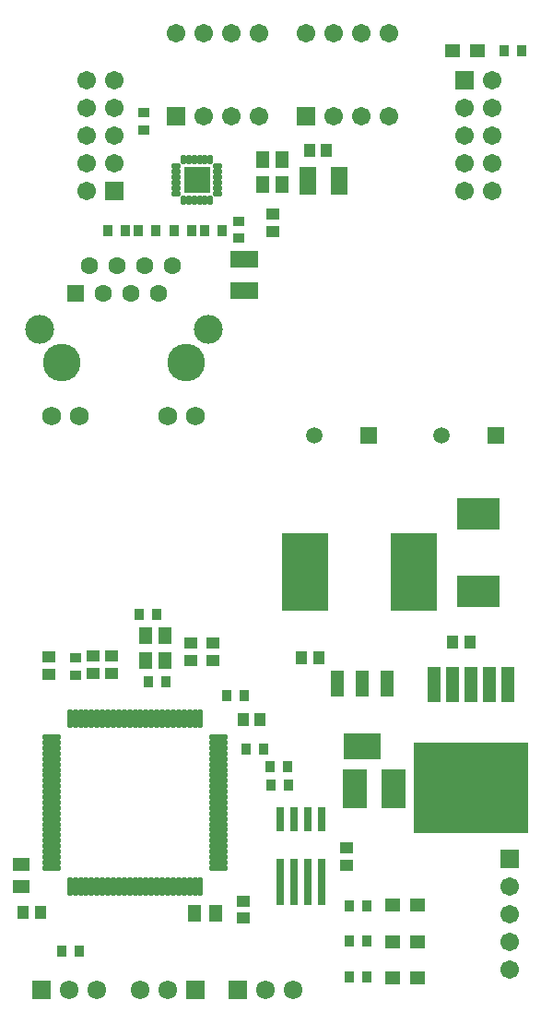
<source format=gts>
G04*
G04 #@! TF.GenerationSoftware,Altium Limited,Altium Designer,20.0.13 (296)*
G04*
G04 Layer_Color=8388736*
%FSLAX44Y44*%
%MOMM*%
G71*
G01*
G75*
%ADD46R,0.8200X1.0200*%
%ADD47R,0.7200X2.3200*%
%ADD48R,0.7200X4.3200*%
%ADD49R,1.1700X3.3200*%
%ADD50R,10.5700X8.4200*%
%ADD51R,1.0032X1.2032*%
%ADD52R,3.4532X2.3532*%
%ADD53R,1.1532X2.3532*%
%ADD54R,4.0132X2.9972*%
%ADD55R,1.2032X1.0032*%
%ADD56R,1.3032X1.5032*%
%ADD57R,1.3700X1.2200*%
%ADD58R,1.0200X0.8200*%
G04:AMPARAMS|DCode=59|XSize=1.7632mm|YSize=0.4832mm|CornerRadius=0.1366mm|HoleSize=0mm|Usage=FLASHONLY|Rotation=270.000|XOffset=0mm|YOffset=0mm|HoleType=Round|Shape=RoundedRectangle|*
%AMROUNDEDRECTD59*
21,1,1.7632,0.2100,0,0,270.0*
21,1,1.4900,0.4832,0,0,270.0*
1,1,0.2732,-0.1050,-0.7450*
1,1,0.2732,-0.1050,0.7450*
1,1,0.2732,0.1050,0.7450*
1,1,0.2732,0.1050,-0.7450*
%
%ADD59ROUNDEDRECTD59*%
G04:AMPARAMS|DCode=60|XSize=1.7632mm|YSize=0.4832mm|CornerRadius=0.1366mm|HoleSize=0mm|Usage=FLASHONLY|Rotation=0.000|XOffset=0mm|YOffset=0mm|HoleType=Round|Shape=RoundedRectangle|*
%AMROUNDEDRECTD60*
21,1,1.7632,0.2100,0,0,0.0*
21,1,1.4900,0.4832,0,0,0.0*
1,1,0.2732,0.7450,-0.1050*
1,1,0.2732,-0.7450,-0.1050*
1,1,0.2732,-0.7450,0.1050*
1,1,0.2732,0.7450,0.1050*
%
%ADD60ROUNDEDRECTD60*%
%ADD61R,1.2032X1.6032*%
G04:AMPARAMS|DCode=62|XSize=0.4832mm|YSize=0.8932mm|CornerRadius=0.1716mm|HoleSize=0mm|Usage=FLASHONLY|Rotation=180.000|XOffset=0mm|YOffset=0mm|HoleType=Round|Shape=RoundedRectangle|*
%AMROUNDEDRECTD62*
21,1,0.4832,0.5500,0,0,180.0*
21,1,0.1400,0.8932,0,0,180.0*
1,1,0.3432,-0.0700,0.2750*
1,1,0.3432,0.0700,0.2750*
1,1,0.3432,0.0700,-0.2750*
1,1,0.3432,-0.0700,-0.2750*
%
%ADD62ROUNDEDRECTD62*%
G04:AMPARAMS|DCode=63|XSize=0.4832mm|YSize=0.8932mm|CornerRadius=0.1716mm|HoleSize=0mm|Usage=FLASHONLY|Rotation=270.000|XOffset=0mm|YOffset=0mm|HoleType=Round|Shape=RoundedRectangle|*
%AMROUNDEDRECTD63*
21,1,0.4832,0.5500,0,0,270.0*
21,1,0.1400,0.8932,0,0,270.0*
1,1,0.3432,-0.2750,-0.0700*
1,1,0.3432,-0.2750,0.0700*
1,1,0.3432,0.2750,0.0700*
1,1,0.3432,0.2750,-0.0700*
%
%ADD63ROUNDEDRECTD63*%
%ADD64R,2.4892X2.4892*%
%ADD65R,1.6200X2.5200*%
%ADD66R,2.5200X1.6200*%
%ADD67R,2.2700X3.6200*%
%ADD68R,4.2032X7.2032*%
%ADD69R,1.6032X1.2032*%
%ADD70C,1.7032*%
%ADD71R,1.7032X1.7032*%
%ADD72C,1.5200*%
%ADD73R,1.5200X1.5200*%
%ADD74C,1.7200*%
%ADD75R,1.7200X1.7200*%
%ADD76R,1.6012X1.6012*%
%ADD77C,1.6012*%
%ADD78C,1.7332*%
%ADD79C,2.6482*%
%ADD80C,3.4532*%
D46*
X267750Y277250D02*
D03*
X251750D02*
D03*
X269000Y260250D02*
D03*
X253000D02*
D03*
X228000Y342250D02*
D03*
X212000D02*
D03*
X246000Y293750D02*
D03*
X230000D02*
D03*
X324750Y149498D02*
D03*
X340750D02*
D03*
X324750Y117747D02*
D03*
X340750D02*
D03*
X324750Y84498D02*
D03*
X340750D02*
D03*
X156500Y355000D02*
D03*
X140500D02*
D03*
X147444Y417250D02*
D03*
X131444D02*
D03*
X467250Y934750D02*
D03*
X483250D02*
D03*
X76750Y108000D02*
D03*
X60750D02*
D03*
X163750Y769500D02*
D03*
X179750D02*
D03*
X147000D02*
D03*
X131000D02*
D03*
X102750D02*
D03*
X118750D02*
D03*
X208000D02*
D03*
X192000D02*
D03*
D47*
X299550Y229500D02*
D03*
X286850D02*
D03*
X274150D02*
D03*
X261450D02*
D03*
D48*
X299550Y171500D02*
D03*
X286850D02*
D03*
X274150D02*
D03*
X261450D02*
D03*
D49*
X470500Y352750D02*
D03*
X453500D02*
D03*
X436500D02*
D03*
X419500D02*
D03*
X402500D02*
D03*
D50*
X436500Y258250D02*
D03*
D51*
X296750Y377750D02*
D03*
X280750D02*
D03*
X227000Y320750D02*
D03*
X243000D02*
D03*
X40750Y143500D02*
D03*
X24750D02*
D03*
X304000Y843250D02*
D03*
X288000D02*
D03*
X436000Y391750D02*
D03*
X420000D02*
D03*
D52*
X336750Y296000D02*
D03*
D53*
X313750Y354000D02*
D03*
X336750D02*
D03*
X359750D02*
D03*
D54*
X443500Y438315D02*
D03*
Y509685D02*
D03*
D55*
X199250Y391000D02*
D03*
Y375000D02*
D03*
X179000Y391250D02*
D03*
Y375250D02*
D03*
X322250Y187250D02*
D03*
Y203250D02*
D03*
X227500Y154250D02*
D03*
Y138250D02*
D03*
X48750Y362500D02*
D03*
Y378500D02*
D03*
X106500Y379000D02*
D03*
Y363000D02*
D03*
X89500Y378750D02*
D03*
Y362750D02*
D03*
X254750Y784250D02*
D03*
Y768250D02*
D03*
D56*
X155250Y398000D02*
D03*
Y375000D02*
D03*
X137250D02*
D03*
Y398000D02*
D03*
X263000Y834750D02*
D03*
Y811750D02*
D03*
X245000D02*
D03*
Y834750D02*
D03*
D57*
X364500Y83750D02*
D03*
X387500D02*
D03*
X364500Y117000D02*
D03*
X387500D02*
D03*
X364500Y150250D02*
D03*
X387500D02*
D03*
X419500Y934250D02*
D03*
X442500D02*
D03*
D58*
X73000Y361000D02*
D03*
Y377000D02*
D03*
X136000Y877500D02*
D03*
Y861500D02*
D03*
X223250Y778250D02*
D03*
Y762250D02*
D03*
D59*
X188000Y167700D02*
D03*
X183000D02*
D03*
X178000D02*
D03*
X173000D02*
D03*
X168000D02*
D03*
X163000D02*
D03*
X158000D02*
D03*
X153000D02*
D03*
X148000D02*
D03*
X143000D02*
D03*
X138000D02*
D03*
X133000D02*
D03*
X128000D02*
D03*
X123000D02*
D03*
X118000D02*
D03*
X113000D02*
D03*
X108000D02*
D03*
X103000D02*
D03*
X98000D02*
D03*
X93000D02*
D03*
X88000D02*
D03*
X83000D02*
D03*
X78000D02*
D03*
X73000D02*
D03*
X68000D02*
D03*
Y321300D02*
D03*
X73000D02*
D03*
X78000D02*
D03*
X83000D02*
D03*
X88000D02*
D03*
X93000D02*
D03*
X98000D02*
D03*
X103000D02*
D03*
X108000D02*
D03*
X113000D02*
D03*
X118000D02*
D03*
X123000D02*
D03*
X128000D02*
D03*
X133000D02*
D03*
X138000D02*
D03*
X143000D02*
D03*
X148000D02*
D03*
X153000D02*
D03*
X158000D02*
D03*
X163000D02*
D03*
X168000D02*
D03*
X173000D02*
D03*
X178000D02*
D03*
X183000D02*
D03*
X188000D02*
D03*
D60*
X204800Y304500D02*
D03*
Y299500D02*
D03*
Y294500D02*
D03*
Y289500D02*
D03*
Y284500D02*
D03*
Y279500D02*
D03*
Y274500D02*
D03*
Y269500D02*
D03*
Y264500D02*
D03*
Y259500D02*
D03*
Y254500D02*
D03*
Y249500D02*
D03*
Y244500D02*
D03*
Y239500D02*
D03*
Y234500D02*
D03*
Y229500D02*
D03*
Y224500D02*
D03*
Y219500D02*
D03*
Y214500D02*
D03*
Y209500D02*
D03*
Y204500D02*
D03*
Y199500D02*
D03*
Y194500D02*
D03*
Y189500D02*
D03*
Y184500D02*
D03*
X51200D02*
D03*
Y189500D02*
D03*
Y194500D02*
D03*
Y199500D02*
D03*
Y204500D02*
D03*
Y209500D02*
D03*
Y214500D02*
D03*
Y219500D02*
D03*
Y224500D02*
D03*
Y229500D02*
D03*
Y234500D02*
D03*
Y239500D02*
D03*
Y244500D02*
D03*
Y249500D02*
D03*
Y254500D02*
D03*
Y259500D02*
D03*
Y264500D02*
D03*
Y269500D02*
D03*
Y274500D02*
D03*
Y279500D02*
D03*
Y284500D02*
D03*
Y289500D02*
D03*
Y294500D02*
D03*
Y299500D02*
D03*
Y304500D02*
D03*
D61*
X202250Y143000D02*
D03*
X182250D02*
D03*
D62*
X172250Y797000D02*
D03*
X177250D02*
D03*
X197250D02*
D03*
X192250D02*
D03*
X182250D02*
D03*
X187250D02*
D03*
Y834900D02*
D03*
X182250D02*
D03*
X192250D02*
D03*
X197250D02*
D03*
X177250D02*
D03*
X172250D02*
D03*
D63*
X165800Y803450D02*
D03*
Y808450D02*
D03*
Y828450D02*
D03*
Y823450D02*
D03*
Y813450D02*
D03*
Y818450D02*
D03*
X203700Y803450D02*
D03*
Y808450D02*
D03*
Y828450D02*
D03*
Y823450D02*
D03*
Y813450D02*
D03*
Y818450D02*
D03*
D64*
X184750Y815950D02*
D03*
D65*
X315750Y815000D02*
D03*
X286750D02*
D03*
D66*
X228500Y714500D02*
D03*
Y743500D02*
D03*
D67*
X365000Y256750D02*
D03*
X330000D02*
D03*
D68*
X284000Y455750D02*
D03*
X384000D02*
D03*
D69*
X23750Y167750D02*
D03*
Y187750D02*
D03*
D70*
X456400Y805400D02*
D03*
X431000D02*
D03*
X456400Y856200D02*
D03*
X431000D02*
D03*
X456400Y881600D02*
D03*
X431000D02*
D03*
X456400Y907000D02*
D03*
X431000Y830800D02*
D03*
X456400D02*
D03*
X472500Y91550D02*
D03*
Y116950D02*
D03*
Y142350D02*
D03*
Y167750D02*
D03*
X310550Y874400D02*
D03*
X335950D02*
D03*
X361350D02*
D03*
X285150Y950600D02*
D03*
X310550D02*
D03*
X335950D02*
D03*
X361350D02*
D03*
X190800Y874400D02*
D03*
X216200D02*
D03*
X241600D02*
D03*
X165400Y950600D02*
D03*
X190800D02*
D03*
X216200D02*
D03*
X241600D02*
D03*
X83100Y881600D02*
D03*
X108500D02*
D03*
X83100Y805400D02*
D03*
X108500Y830800D02*
D03*
X83100D02*
D03*
X108500Y856200D02*
D03*
X83100D02*
D03*
X108500Y907000D02*
D03*
X83100D02*
D03*
D71*
X431000D02*
D03*
X472500Y193150D02*
D03*
X285150Y874400D02*
D03*
X165400D02*
D03*
X108500Y805400D02*
D03*
D72*
X409250Y581750D02*
D03*
X292500D02*
D03*
D73*
X459250D02*
D03*
X342500D02*
D03*
D74*
X132175Y72250D02*
D03*
X157575D02*
D03*
X92400D02*
D03*
X67000D02*
D03*
X273550D02*
D03*
X248150D02*
D03*
D75*
X182975D02*
D03*
X41600D02*
D03*
X222750D02*
D03*
D76*
X73000Y712000D02*
D03*
D77*
X85700Y737400D02*
D03*
X98400Y712000D02*
D03*
X111100Y737400D02*
D03*
X123800Y712000D02*
D03*
X136500Y737400D02*
D03*
X149200Y712000D02*
D03*
X161900Y737400D02*
D03*
D78*
X51250Y599500D02*
D03*
X76650D02*
D03*
X183750D02*
D03*
X158350D02*
D03*
D79*
X40050Y679000D02*
D03*
X194950D02*
D03*
D80*
X174650Y648500D02*
D03*
X60350D02*
D03*
M02*

</source>
